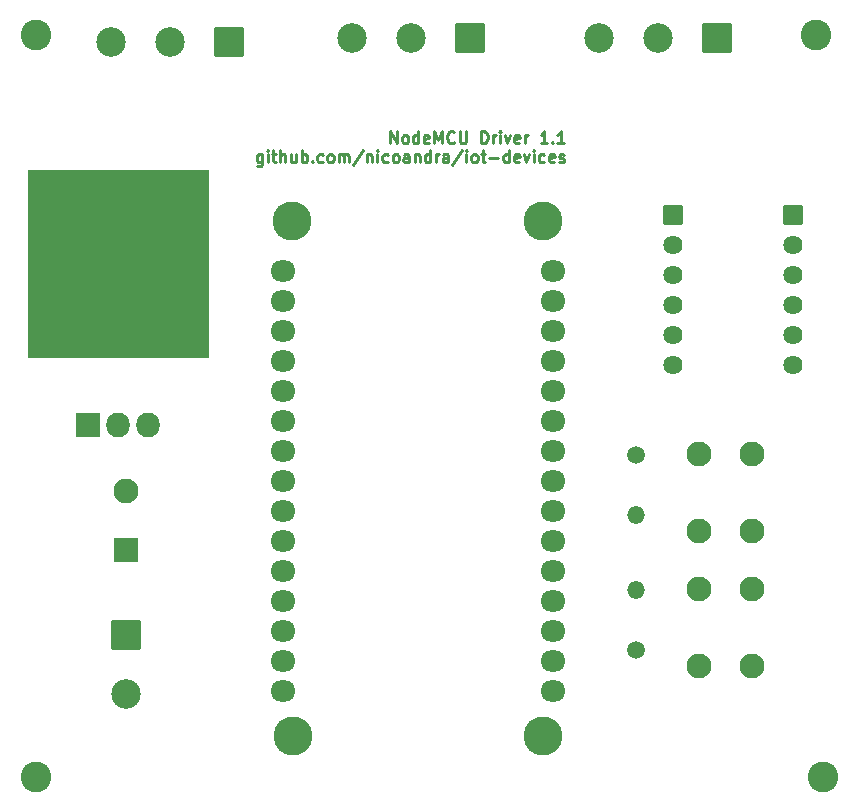
<source format=gts>
%TF.GenerationSoftware,KiCad,Pcbnew,6.0.0*%
%TF.CreationDate,2022-01-15T13:24:48-05:00*%
%TF.ProjectId,wled-driver-nodemcu-v2,776c6564-2d64-4726-9976-65722d6e6f64,rev?*%
%TF.SameCoordinates,Original*%
%TF.FileFunction,Soldermask,Top*%
%TF.FilePolarity,Negative*%
%FSLAX46Y46*%
G04 Gerber Fmt 4.6, Leading zero omitted, Abs format (unit mm)*
G04 Created by KiCad (PCBNEW 6.0.0) date 2022-01-15 13:24:48*
%MOMM*%
%LPD*%
G01*
G04 APERTURE LIST*
G04 Aperture macros list*
%AMRoundRect*
0 Rectangle with rounded corners*
0 $1 Rounding radius*
0 $2 $3 $4 $5 $6 $7 $8 $9 X,Y pos of 4 corners*
0 Add a 4 corners polygon primitive as box body*
4,1,4,$2,$3,$4,$5,$6,$7,$8,$9,$2,$3,0*
0 Add four circle primitives for the rounded corners*
1,1,$1+$1,$2,$3*
1,1,$1+$1,$4,$5*
1,1,$1+$1,$6,$7*
1,1,$1+$1,$8,$9*
0 Add four rect primitives between the rounded corners*
20,1,$1+$1,$2,$3,$4,$5,0*
20,1,$1+$1,$4,$5,$6,$7,0*
20,1,$1+$1,$6,$7,$8,$9,0*
20,1,$1+$1,$8,$9,$2,$3,0*%
G04 Aperture macros list end*
%ADD10C,0.100000*%
%ADD11C,0.250000*%
%ADD12C,2.601600*%
%ADD13C,2.101600*%
%ADD14O,1.501600X1.501600*%
%ADD15C,1.501600*%
%ADD16O,3.601600X3.601600*%
%ADD17RoundRect,0.050800X-0.952500X-1.000000X0.952500X-1.000000X0.952500X1.000000X-0.952500X1.000000X0*%
%ADD18O,2.006600X2.101600*%
%ADD19RoundRect,0.050800X1.200000X1.200000X-1.200000X1.200000X-1.200000X-1.200000X1.200000X-1.200000X0*%
%ADD20C,2.501600*%
%ADD21C,3.301600*%
%ADD22O,2.133600X1.828800*%
%ADD23C,1.625600*%
%ADD24RoundRect,0.050800X-0.762000X-0.762000X0.762000X-0.762000X0.762000X0.762000X-0.762000X0.762000X0*%
%ADD25RoundRect,0.050800X1.000000X-1.000000X1.000000X1.000000X-1.000000X1.000000X-1.000000X-1.000000X0*%
%ADD26RoundRect,0.050800X-1.200000X1.200000X-1.200000X-1.200000X1.200000X-1.200000X1.200000X1.200000X0*%
G04 APERTURE END LIST*
D10*
X90805000Y-60325000D02*
X106045000Y-60325000D01*
X106045000Y-60325000D02*
X106045000Y-76200000D01*
X106045000Y-76200000D02*
X90805000Y-76200000D01*
X90805000Y-76200000D02*
X90805000Y-60325000D01*
G36*
X90805000Y-60325000D02*
G01*
X106045000Y-60325000D01*
X106045000Y-76200000D01*
X90805000Y-76200000D01*
X90805000Y-60325000D01*
G37*
D11*
X121457738Y-58067380D02*
X121457738Y-57067380D01*
X122029166Y-58067380D01*
X122029166Y-57067380D01*
X122648214Y-58067380D02*
X122552976Y-58019761D01*
X122505357Y-57972142D01*
X122457738Y-57876904D01*
X122457738Y-57591190D01*
X122505357Y-57495952D01*
X122552976Y-57448333D01*
X122648214Y-57400714D01*
X122791071Y-57400714D01*
X122886309Y-57448333D01*
X122933928Y-57495952D01*
X122981547Y-57591190D01*
X122981547Y-57876904D01*
X122933928Y-57972142D01*
X122886309Y-58019761D01*
X122791071Y-58067380D01*
X122648214Y-58067380D01*
X123838690Y-58067380D02*
X123838690Y-57067380D01*
X123838690Y-58019761D02*
X123743452Y-58067380D01*
X123552976Y-58067380D01*
X123457738Y-58019761D01*
X123410119Y-57972142D01*
X123362500Y-57876904D01*
X123362500Y-57591190D01*
X123410119Y-57495952D01*
X123457738Y-57448333D01*
X123552976Y-57400714D01*
X123743452Y-57400714D01*
X123838690Y-57448333D01*
X124695833Y-58019761D02*
X124600595Y-58067380D01*
X124410119Y-58067380D01*
X124314880Y-58019761D01*
X124267261Y-57924523D01*
X124267261Y-57543571D01*
X124314880Y-57448333D01*
X124410119Y-57400714D01*
X124600595Y-57400714D01*
X124695833Y-57448333D01*
X124743452Y-57543571D01*
X124743452Y-57638809D01*
X124267261Y-57734047D01*
X125172023Y-58067380D02*
X125172023Y-57067380D01*
X125505357Y-57781666D01*
X125838690Y-57067380D01*
X125838690Y-58067380D01*
X126886309Y-57972142D02*
X126838690Y-58019761D01*
X126695833Y-58067380D01*
X126600595Y-58067380D01*
X126457738Y-58019761D01*
X126362500Y-57924523D01*
X126314880Y-57829285D01*
X126267261Y-57638809D01*
X126267261Y-57495952D01*
X126314880Y-57305476D01*
X126362500Y-57210238D01*
X126457738Y-57115000D01*
X126600595Y-57067380D01*
X126695833Y-57067380D01*
X126838690Y-57115000D01*
X126886309Y-57162619D01*
X127314880Y-57067380D02*
X127314880Y-57876904D01*
X127362500Y-57972142D01*
X127410119Y-58019761D01*
X127505357Y-58067380D01*
X127695833Y-58067380D01*
X127791071Y-58019761D01*
X127838690Y-57972142D01*
X127886309Y-57876904D01*
X127886309Y-57067380D01*
X129124404Y-58067380D02*
X129124404Y-57067380D01*
X129362500Y-57067380D01*
X129505357Y-57115000D01*
X129600595Y-57210238D01*
X129648214Y-57305476D01*
X129695833Y-57495952D01*
X129695833Y-57638809D01*
X129648214Y-57829285D01*
X129600595Y-57924523D01*
X129505357Y-58019761D01*
X129362500Y-58067380D01*
X129124404Y-58067380D01*
X130124404Y-58067380D02*
X130124404Y-57400714D01*
X130124404Y-57591190D02*
X130172023Y-57495952D01*
X130219642Y-57448333D01*
X130314880Y-57400714D01*
X130410119Y-57400714D01*
X130743452Y-58067380D02*
X130743452Y-57400714D01*
X130743452Y-57067380D02*
X130695833Y-57115000D01*
X130743452Y-57162619D01*
X130791071Y-57115000D01*
X130743452Y-57067380D01*
X130743452Y-57162619D01*
X131124404Y-57400714D02*
X131362500Y-58067380D01*
X131600595Y-57400714D01*
X132362500Y-58019761D02*
X132267261Y-58067380D01*
X132076785Y-58067380D01*
X131981547Y-58019761D01*
X131933928Y-57924523D01*
X131933928Y-57543571D01*
X131981547Y-57448333D01*
X132076785Y-57400714D01*
X132267261Y-57400714D01*
X132362500Y-57448333D01*
X132410119Y-57543571D01*
X132410119Y-57638809D01*
X131933928Y-57734047D01*
X132838690Y-58067380D02*
X132838690Y-57400714D01*
X132838690Y-57591190D02*
X132886309Y-57495952D01*
X132933928Y-57448333D01*
X133029166Y-57400714D01*
X133124404Y-57400714D01*
X134743452Y-58067380D02*
X134172023Y-58067380D01*
X134457738Y-58067380D02*
X134457738Y-57067380D01*
X134362500Y-57210238D01*
X134267261Y-57305476D01*
X134172023Y-57353095D01*
X135172023Y-57972142D02*
X135219642Y-58019761D01*
X135172023Y-58067380D01*
X135124404Y-58019761D01*
X135172023Y-57972142D01*
X135172023Y-58067380D01*
X136172023Y-58067380D02*
X135600595Y-58067380D01*
X135886309Y-58067380D02*
X135886309Y-57067380D01*
X135791071Y-57210238D01*
X135695833Y-57305476D01*
X135600595Y-57353095D01*
X110600595Y-59010714D02*
X110600595Y-59820238D01*
X110552976Y-59915476D01*
X110505357Y-59963095D01*
X110410119Y-60010714D01*
X110267261Y-60010714D01*
X110172023Y-59963095D01*
X110600595Y-59629761D02*
X110505357Y-59677380D01*
X110314880Y-59677380D01*
X110219642Y-59629761D01*
X110172023Y-59582142D01*
X110124404Y-59486904D01*
X110124404Y-59201190D01*
X110172023Y-59105952D01*
X110219642Y-59058333D01*
X110314880Y-59010714D01*
X110505357Y-59010714D01*
X110600595Y-59058333D01*
X111076785Y-59677380D02*
X111076785Y-59010714D01*
X111076785Y-58677380D02*
X111029166Y-58725000D01*
X111076785Y-58772619D01*
X111124404Y-58725000D01*
X111076785Y-58677380D01*
X111076785Y-58772619D01*
X111410119Y-59010714D02*
X111791071Y-59010714D01*
X111552976Y-58677380D02*
X111552976Y-59534523D01*
X111600595Y-59629761D01*
X111695833Y-59677380D01*
X111791071Y-59677380D01*
X112124404Y-59677380D02*
X112124404Y-58677380D01*
X112552976Y-59677380D02*
X112552976Y-59153571D01*
X112505357Y-59058333D01*
X112410119Y-59010714D01*
X112267261Y-59010714D01*
X112172023Y-59058333D01*
X112124404Y-59105952D01*
X113457738Y-59010714D02*
X113457738Y-59677380D01*
X113029166Y-59010714D02*
X113029166Y-59534523D01*
X113076785Y-59629761D01*
X113172023Y-59677380D01*
X113314880Y-59677380D01*
X113410119Y-59629761D01*
X113457738Y-59582142D01*
X113933928Y-59677380D02*
X113933928Y-58677380D01*
X113933928Y-59058333D02*
X114029166Y-59010714D01*
X114219642Y-59010714D01*
X114314880Y-59058333D01*
X114362500Y-59105952D01*
X114410119Y-59201190D01*
X114410119Y-59486904D01*
X114362500Y-59582142D01*
X114314880Y-59629761D01*
X114219642Y-59677380D01*
X114029166Y-59677380D01*
X113933928Y-59629761D01*
X114838690Y-59582142D02*
X114886309Y-59629761D01*
X114838690Y-59677380D01*
X114791071Y-59629761D01*
X114838690Y-59582142D01*
X114838690Y-59677380D01*
X115743452Y-59629761D02*
X115648214Y-59677380D01*
X115457738Y-59677380D01*
X115362500Y-59629761D01*
X115314880Y-59582142D01*
X115267261Y-59486904D01*
X115267261Y-59201190D01*
X115314880Y-59105952D01*
X115362500Y-59058333D01*
X115457738Y-59010714D01*
X115648214Y-59010714D01*
X115743452Y-59058333D01*
X116314880Y-59677380D02*
X116219642Y-59629761D01*
X116172023Y-59582142D01*
X116124404Y-59486904D01*
X116124404Y-59201190D01*
X116172023Y-59105952D01*
X116219642Y-59058333D01*
X116314880Y-59010714D01*
X116457738Y-59010714D01*
X116552976Y-59058333D01*
X116600595Y-59105952D01*
X116648214Y-59201190D01*
X116648214Y-59486904D01*
X116600595Y-59582142D01*
X116552976Y-59629761D01*
X116457738Y-59677380D01*
X116314880Y-59677380D01*
X117076785Y-59677380D02*
X117076785Y-59010714D01*
X117076785Y-59105952D02*
X117124404Y-59058333D01*
X117219642Y-59010714D01*
X117362500Y-59010714D01*
X117457738Y-59058333D01*
X117505357Y-59153571D01*
X117505357Y-59677380D01*
X117505357Y-59153571D02*
X117552976Y-59058333D01*
X117648214Y-59010714D01*
X117791071Y-59010714D01*
X117886309Y-59058333D01*
X117933928Y-59153571D01*
X117933928Y-59677380D01*
X119124404Y-58629761D02*
X118267261Y-59915476D01*
X119457738Y-59010714D02*
X119457738Y-59677380D01*
X119457738Y-59105952D02*
X119505357Y-59058333D01*
X119600595Y-59010714D01*
X119743452Y-59010714D01*
X119838690Y-59058333D01*
X119886309Y-59153571D01*
X119886309Y-59677380D01*
X120362500Y-59677380D02*
X120362500Y-59010714D01*
X120362500Y-58677380D02*
X120314880Y-58725000D01*
X120362500Y-58772619D01*
X120410119Y-58725000D01*
X120362500Y-58677380D01*
X120362500Y-58772619D01*
X121267261Y-59629761D02*
X121172023Y-59677380D01*
X120981547Y-59677380D01*
X120886309Y-59629761D01*
X120838690Y-59582142D01*
X120791071Y-59486904D01*
X120791071Y-59201190D01*
X120838690Y-59105952D01*
X120886309Y-59058333D01*
X120981547Y-59010714D01*
X121172023Y-59010714D01*
X121267261Y-59058333D01*
X121838690Y-59677380D02*
X121743452Y-59629761D01*
X121695833Y-59582142D01*
X121648214Y-59486904D01*
X121648214Y-59201190D01*
X121695833Y-59105952D01*
X121743452Y-59058333D01*
X121838690Y-59010714D01*
X121981547Y-59010714D01*
X122076785Y-59058333D01*
X122124404Y-59105952D01*
X122172023Y-59201190D01*
X122172023Y-59486904D01*
X122124404Y-59582142D01*
X122076785Y-59629761D01*
X121981547Y-59677380D01*
X121838690Y-59677380D01*
X123029166Y-59677380D02*
X123029166Y-59153571D01*
X122981547Y-59058333D01*
X122886309Y-59010714D01*
X122695833Y-59010714D01*
X122600595Y-59058333D01*
X123029166Y-59629761D02*
X122933928Y-59677380D01*
X122695833Y-59677380D01*
X122600595Y-59629761D01*
X122552976Y-59534523D01*
X122552976Y-59439285D01*
X122600595Y-59344047D01*
X122695833Y-59296428D01*
X122933928Y-59296428D01*
X123029166Y-59248809D01*
X123505357Y-59010714D02*
X123505357Y-59677380D01*
X123505357Y-59105952D02*
X123552976Y-59058333D01*
X123648214Y-59010714D01*
X123791071Y-59010714D01*
X123886309Y-59058333D01*
X123933928Y-59153571D01*
X123933928Y-59677380D01*
X124838690Y-59677380D02*
X124838690Y-58677380D01*
X124838690Y-59629761D02*
X124743452Y-59677380D01*
X124552976Y-59677380D01*
X124457738Y-59629761D01*
X124410119Y-59582142D01*
X124362500Y-59486904D01*
X124362500Y-59201190D01*
X124410119Y-59105952D01*
X124457738Y-59058333D01*
X124552976Y-59010714D01*
X124743452Y-59010714D01*
X124838690Y-59058333D01*
X125314880Y-59677380D02*
X125314880Y-59010714D01*
X125314880Y-59201190D02*
X125362500Y-59105952D01*
X125410119Y-59058333D01*
X125505357Y-59010714D01*
X125600595Y-59010714D01*
X126362500Y-59677380D02*
X126362500Y-59153571D01*
X126314880Y-59058333D01*
X126219642Y-59010714D01*
X126029166Y-59010714D01*
X125933928Y-59058333D01*
X126362500Y-59629761D02*
X126267261Y-59677380D01*
X126029166Y-59677380D01*
X125933928Y-59629761D01*
X125886309Y-59534523D01*
X125886309Y-59439285D01*
X125933928Y-59344047D01*
X126029166Y-59296428D01*
X126267261Y-59296428D01*
X126362500Y-59248809D01*
X127552976Y-58629761D02*
X126695833Y-59915476D01*
X127886309Y-59677380D02*
X127886309Y-59010714D01*
X127886309Y-58677380D02*
X127838690Y-58725000D01*
X127886309Y-58772619D01*
X127933928Y-58725000D01*
X127886309Y-58677380D01*
X127886309Y-58772619D01*
X128505357Y-59677380D02*
X128410119Y-59629761D01*
X128362500Y-59582142D01*
X128314880Y-59486904D01*
X128314880Y-59201190D01*
X128362500Y-59105952D01*
X128410119Y-59058333D01*
X128505357Y-59010714D01*
X128648214Y-59010714D01*
X128743452Y-59058333D01*
X128791071Y-59105952D01*
X128838690Y-59201190D01*
X128838690Y-59486904D01*
X128791071Y-59582142D01*
X128743452Y-59629761D01*
X128648214Y-59677380D01*
X128505357Y-59677380D01*
X129124404Y-59010714D02*
X129505357Y-59010714D01*
X129267261Y-58677380D02*
X129267261Y-59534523D01*
X129314880Y-59629761D01*
X129410119Y-59677380D01*
X129505357Y-59677380D01*
X129838690Y-59296428D02*
X130600595Y-59296428D01*
X131505357Y-59677380D02*
X131505357Y-58677380D01*
X131505357Y-59629761D02*
X131410119Y-59677380D01*
X131219642Y-59677380D01*
X131124404Y-59629761D01*
X131076785Y-59582142D01*
X131029166Y-59486904D01*
X131029166Y-59201190D01*
X131076785Y-59105952D01*
X131124404Y-59058333D01*
X131219642Y-59010714D01*
X131410119Y-59010714D01*
X131505357Y-59058333D01*
X132362500Y-59629761D02*
X132267261Y-59677380D01*
X132076785Y-59677380D01*
X131981547Y-59629761D01*
X131933928Y-59534523D01*
X131933928Y-59153571D01*
X131981547Y-59058333D01*
X132076785Y-59010714D01*
X132267261Y-59010714D01*
X132362500Y-59058333D01*
X132410119Y-59153571D01*
X132410119Y-59248809D01*
X131933928Y-59344047D01*
X132743452Y-59010714D02*
X132981547Y-59677380D01*
X133219642Y-59010714D01*
X133600595Y-59677380D02*
X133600595Y-59010714D01*
X133600595Y-58677380D02*
X133552976Y-58725000D01*
X133600595Y-58772619D01*
X133648214Y-58725000D01*
X133600595Y-58677380D01*
X133600595Y-58772619D01*
X134505357Y-59629761D02*
X134410119Y-59677380D01*
X134219642Y-59677380D01*
X134124404Y-59629761D01*
X134076785Y-59582142D01*
X134029166Y-59486904D01*
X134029166Y-59201190D01*
X134076785Y-59105952D01*
X134124404Y-59058333D01*
X134219642Y-59010714D01*
X134410119Y-59010714D01*
X134505357Y-59058333D01*
X135314880Y-59629761D02*
X135219642Y-59677380D01*
X135029166Y-59677380D01*
X134933928Y-59629761D01*
X134886309Y-59534523D01*
X134886309Y-59153571D01*
X134933928Y-59058333D01*
X135029166Y-59010714D01*
X135219642Y-59010714D01*
X135314880Y-59058333D01*
X135362500Y-59153571D01*
X135362500Y-59248809D01*
X134886309Y-59344047D01*
X135743452Y-59629761D02*
X135838690Y-59677380D01*
X136029166Y-59677380D01*
X136124404Y-59629761D01*
X136172023Y-59534523D01*
X136172023Y-59486904D01*
X136124404Y-59391666D01*
X136029166Y-59344047D01*
X135886309Y-59344047D01*
X135791071Y-59296428D01*
X135743452Y-59201190D01*
X135743452Y-59153571D01*
X135791071Y-59058333D01*
X135886309Y-59010714D01*
X136029166Y-59010714D01*
X136124404Y-59058333D01*
D12*
%TO.C,MH*%
X158115000Y-111760000D03*
%TD*%
D13*
%TO.C,D5-GPIO14*%
X152110000Y-102310000D03*
X152110000Y-95810000D03*
X147610000Y-95810000D03*
X147610000Y-102310000D03*
%TD*%
D14*
%TO.C,R1*%
X142240000Y-95885000D03*
D15*
X142240000Y-100965000D03*
%TD*%
D14*
%TO.C,R2*%
X142240000Y-89535000D03*
D15*
X142240000Y-84455000D03*
%TD*%
D13*
%TO.C,D6-GPIO12*%
X152110000Y-84380000D03*
X152110000Y-90880000D03*
X147610000Y-84380000D03*
X147610000Y-90880000D03*
%TD*%
D12*
%TO.C,MH*%
X91440000Y-48895000D03*
%TD*%
%TO.C,MH*%
X157480000Y-48895000D03*
%TD*%
%TO.C,MH*%
X91440000Y-111760000D03*
%TD*%
D16*
%TO.C,L7805*%
X98425000Y-65255000D03*
D17*
X95885000Y-81915000D03*
D18*
X98425000Y-81915000D03*
X100965000Y-81915000D03*
%TD*%
D19*
%TO.C,D4-GPIO2*%
X149145000Y-49195000D03*
D20*
X144145000Y-49195000D03*
X139145000Y-49195000D03*
%TD*%
D21*
%TO.C,NodeMCU1Amica1*%
X134395000Y-108277500D03*
X134395000Y-64647500D03*
X113195000Y-108277500D03*
X113145000Y-64647500D03*
D22*
X112395000Y-68897500D03*
X112395000Y-71437500D03*
X112395000Y-73977500D03*
X112395000Y-76517500D03*
X112395000Y-79057500D03*
X112395000Y-81597500D03*
X112395000Y-84137500D03*
X112395000Y-86677500D03*
X112395000Y-89217500D03*
X112395000Y-91757500D03*
X112395000Y-94297500D03*
X112395000Y-96837500D03*
X112395000Y-99377500D03*
X112395000Y-101917500D03*
X112395000Y-104457500D03*
X135255000Y-104457500D03*
X135255000Y-101917500D03*
X135255000Y-99377500D03*
X135255000Y-96837500D03*
X135255000Y-94297500D03*
X135255000Y-91757500D03*
X135255000Y-89217500D03*
X135255000Y-86677500D03*
X135255000Y-84137500D03*
X135255000Y-81597500D03*
X135255000Y-79057500D03*
X135255000Y-76517500D03*
X135255000Y-73977500D03*
X135255000Y-71437500D03*
X135255000Y-68897500D03*
%TD*%
D23*
%TO.C,LevelShifter-1*%
X155575000Y-71755000D03*
X145415000Y-71755000D03*
X155575000Y-69215000D03*
D24*
X155575000Y-64135000D03*
D23*
X155575000Y-66675000D03*
X155575000Y-74295000D03*
X155575000Y-76835000D03*
X145415000Y-69215000D03*
D24*
X145415000Y-64135000D03*
D23*
X145415000Y-66675000D03*
X145415000Y-74295000D03*
X145415000Y-76835000D03*
%TD*%
D25*
%TO.C,C1*%
X99060000Y-92537677D03*
D13*
X99060000Y-87537677D03*
%TD*%
D26*
%TO.C,VIn1*%
X99060000Y-99695000D03*
D20*
X99060000Y-104695000D03*
%TD*%
D19*
%TO.C,D1-GPIO5*%
X128190000Y-49195000D03*
D20*
X123190000Y-49195000D03*
X118190000Y-49195000D03*
%TD*%
D19*
%TO.C,D2-GPIO4*%
X107790000Y-49495000D03*
D20*
X102790000Y-49495000D03*
X97790000Y-49495000D03*
%TD*%
M02*

</source>
